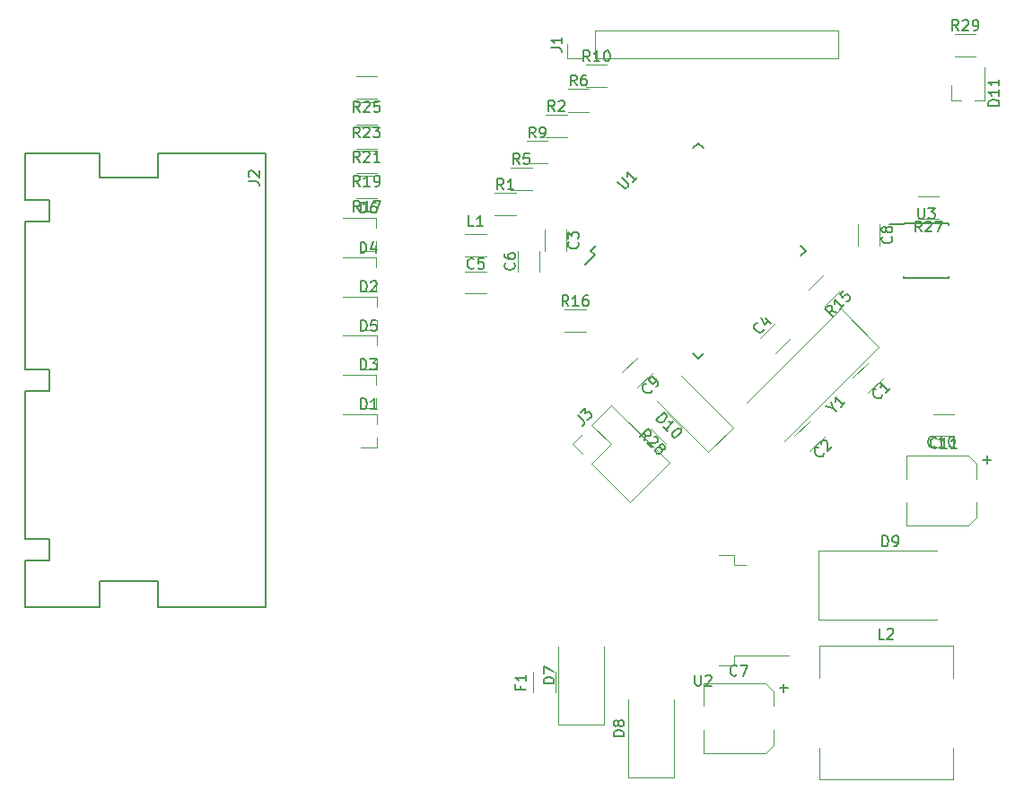
<source format=gbr>
G04 #@! TF.FileFunction,Legend,Top*
%FSLAX46Y46*%
G04 Gerber Fmt 4.6, Leading zero omitted, Abs format (unit mm)*
G04 Created by KiCad (PCBNEW 4.0.7) date 06/18/18 23:10:01*
%MOMM*%
%LPD*%
G01*
G04 APERTURE LIST*
%ADD10C,0.100000*%
%ADD11C,0.120000*%
%ADD12C,0.150000*%
G04 APERTURE END LIST*
D10*
D11*
X70092102Y-65223006D02*
X73769058Y-61546051D01*
X66457574Y-61588478D02*
X70092102Y-65223006D01*
X68296051Y-56073045D02*
X73769058Y-61546051D01*
X66457574Y-61588478D02*
X68296051Y-59750000D01*
X68296051Y-59750000D02*
X66457574Y-57911522D01*
X66457574Y-57911522D02*
X68296051Y-56073045D01*
X65559548Y-60690452D02*
X64619096Y-59750000D01*
X64619096Y-59750000D02*
X65559548Y-58809548D01*
X92514142Y-54928356D02*
X93928356Y-53514142D01*
X92485858Y-52071644D02*
X91071644Y-53485858D01*
X87014142Y-60428356D02*
X88428356Y-59014142D01*
X86985858Y-57571644D02*
X85571644Y-58985858D01*
X64020000Y-41500000D02*
X64020000Y-39500000D01*
X61980000Y-39500000D02*
X61980000Y-41500000D01*
X83735858Y-48321644D02*
X82321644Y-49735858D01*
X83764142Y-51178356D02*
X85178356Y-49764142D01*
X56500000Y-43480000D02*
X54500000Y-43480000D01*
X54500000Y-45520000D02*
X56500000Y-45520000D01*
X59480000Y-41500000D02*
X59480000Y-43500000D01*
X61520000Y-43500000D02*
X61520000Y-41500000D01*
X83600000Y-83060000D02*
X83600000Y-84480000D01*
X77000000Y-82300000D02*
X77000000Y-84480000D01*
X77000000Y-88900000D02*
X77000000Y-86720000D01*
X83600000Y-88140000D02*
X83600000Y-86720000D01*
X77000000Y-82300000D02*
X82840000Y-82300000D01*
X82840000Y-82300000D02*
X83600000Y-83060000D01*
X83600000Y-88140000D02*
X82840000Y-88900000D01*
X82840000Y-88900000D02*
X77000000Y-88900000D01*
X93620000Y-41000000D02*
X93620000Y-39000000D01*
X91580000Y-39000000D02*
X91580000Y-41000000D01*
X70764142Y-54428356D02*
X72178356Y-53014142D01*
X70735858Y-51571644D02*
X69321644Y-52985858D01*
X96150000Y-60850000D02*
X96150000Y-63030000D01*
X96150000Y-67450000D02*
X96150000Y-65270000D01*
X102750000Y-61610000D02*
X102750000Y-63030000D01*
X102750000Y-66690000D02*
X102750000Y-65270000D01*
X96150000Y-60850000D02*
X101990000Y-60850000D01*
X101990000Y-60850000D02*
X102750000Y-61610000D01*
X102750000Y-66690000D02*
X101990000Y-67450000D01*
X101990000Y-67450000D02*
X96150000Y-67450000D01*
X98650000Y-58970000D02*
X100650000Y-58970000D01*
X100650000Y-56930000D02*
X98650000Y-56930000D01*
X46160000Y-60080000D02*
X46160000Y-59150000D01*
X46160000Y-56920000D02*
X46160000Y-57850000D01*
X46160000Y-56920000D02*
X43000000Y-56920000D01*
X46160000Y-60080000D02*
X44700000Y-60080000D01*
X46160000Y-48980000D02*
X46160000Y-48050000D01*
X46160000Y-45820000D02*
X46160000Y-46750000D01*
X46160000Y-45820000D02*
X43000000Y-45820000D01*
X46160000Y-48980000D02*
X44700000Y-48980000D01*
X46135000Y-56355000D02*
X46135000Y-55425000D01*
X46135000Y-53195000D02*
X46135000Y-54125000D01*
X46135000Y-53195000D02*
X42975000Y-53195000D01*
X46135000Y-56355000D02*
X44675000Y-56355000D01*
X46135000Y-45305000D02*
X46135000Y-44375000D01*
X46135000Y-42145000D02*
X46135000Y-43075000D01*
X46135000Y-42145000D02*
X42975000Y-42145000D01*
X46135000Y-45305000D02*
X44675000Y-45305000D01*
X46160000Y-52680000D02*
X46160000Y-51750000D01*
X46160000Y-49520000D02*
X46160000Y-50450000D01*
X46160000Y-49520000D02*
X43000000Y-49520000D01*
X46160000Y-52680000D02*
X44700000Y-52680000D01*
X46135000Y-41555000D02*
X46135000Y-40625000D01*
X46135000Y-38395000D02*
X46135000Y-39325000D01*
X46135000Y-38395000D02*
X42975000Y-38395000D01*
X46135000Y-41555000D02*
X44675000Y-41555000D01*
X63300000Y-86200000D02*
X67600000Y-86200000D01*
X67600000Y-86200000D02*
X67600000Y-78900000D01*
X63300000Y-86200000D02*
X63300000Y-78900000D01*
X69900000Y-91200000D02*
X74200000Y-91200000D01*
X74200000Y-91200000D02*
X74200000Y-83900000D01*
X69900000Y-91200000D02*
X69900000Y-83900000D01*
X87800000Y-76300000D02*
X87800000Y-69800000D01*
X87800000Y-76300000D02*
X99000000Y-76300000D01*
X87800000Y-69800000D02*
X99000000Y-69800000D01*
X77444544Y-60527996D02*
X79777996Y-58194544D01*
X79777996Y-58194544D02*
X74898959Y-53315507D01*
X77444544Y-60527996D02*
X72565507Y-55648959D01*
X100345000Y-27335000D02*
X101275000Y-27335000D01*
X103505000Y-27335000D02*
X102575000Y-27335000D01*
X103505000Y-27335000D02*
X103505000Y-24175000D01*
X100345000Y-27335000D02*
X100345000Y-25875000D01*
X63070000Y-81200000D02*
X63070000Y-83200000D01*
X60930000Y-83200000D02*
X60930000Y-81200000D01*
X89690000Y-23330000D02*
X89690000Y-20670000D01*
X66770000Y-23330000D02*
X89690000Y-23330000D01*
X66770000Y-20670000D02*
X89690000Y-20670000D01*
X66770000Y-23330000D02*
X66770000Y-20670000D01*
X65500000Y-23330000D02*
X64170000Y-23330000D01*
X64170000Y-23330000D02*
X64170000Y-22000000D01*
D12*
X25500000Y-32300000D02*
X35700000Y-32300000D01*
X13000000Y-32300000D02*
X20000000Y-32300000D01*
X25500000Y-75100000D02*
X35700000Y-75100000D01*
X13000000Y-75100000D02*
X20000000Y-75100000D01*
X13000000Y-70700000D02*
X13000000Y-75100000D01*
X13000000Y-54700000D02*
X13000000Y-68700000D01*
X13000000Y-38700000D02*
X13000000Y-52700000D01*
X13000000Y-32300000D02*
X13000000Y-36700000D01*
X25500000Y-34600000D02*
X25500000Y-32300000D01*
X20000000Y-32300000D02*
X20000000Y-34600000D01*
X20000000Y-34600000D02*
X25500000Y-34600000D01*
X25500000Y-72900000D02*
X25500000Y-72700000D01*
X25500000Y-72700000D02*
X20000000Y-72700000D01*
X20000000Y-72700000D02*
X20000000Y-72900000D01*
X15300000Y-36700000D02*
X13000000Y-36700000D01*
X15300000Y-38700000D02*
X15300000Y-36700000D01*
X13000000Y-38700000D02*
X15300000Y-38700000D01*
X15300000Y-38700000D02*
X15300000Y-36700000D01*
X15300000Y-68700000D02*
X13000000Y-68700000D01*
X15300000Y-70700000D02*
X15300000Y-68700000D01*
X13000000Y-70700000D02*
X15300000Y-70700000D01*
X15300000Y-70700000D02*
X15300000Y-68700000D01*
X15300000Y-54700000D02*
X15300000Y-52700000D01*
X13000000Y-54700000D02*
X15300000Y-54700000D01*
X15300000Y-54700000D02*
X15300000Y-52700000D01*
X15300000Y-52700000D02*
X13000000Y-52700000D01*
X20000000Y-72900000D02*
X20000000Y-75100000D01*
X25500000Y-72900000D02*
X25500000Y-75100000D01*
X35700000Y-32300000D02*
X35700000Y-75100000D01*
D11*
X56500000Y-42070000D02*
X54500000Y-42070000D01*
X54500000Y-39930000D02*
X56500000Y-39930000D01*
X100500000Y-88400000D02*
X100500000Y-91400000D01*
X100500000Y-91400000D02*
X87900000Y-91400000D01*
X87900000Y-91400000D02*
X87900000Y-88400000D01*
X87900000Y-81800000D02*
X87900000Y-78800000D01*
X87900000Y-78800000D02*
X100500000Y-78800000D01*
X100500000Y-78800000D02*
X100500000Y-81800000D01*
X59300000Y-38170000D02*
X57300000Y-38170000D01*
X57300000Y-36030000D02*
X59300000Y-36030000D01*
X64100000Y-30770000D02*
X62100000Y-30770000D01*
X62100000Y-28630000D02*
X64100000Y-28630000D01*
X60800000Y-35770000D02*
X58800000Y-35770000D01*
X58800000Y-33630000D02*
X60800000Y-33630000D01*
X66200000Y-28370000D02*
X64200000Y-28370000D01*
X64200000Y-26230000D02*
X66200000Y-26230000D01*
X62300000Y-33270000D02*
X60300000Y-33270000D01*
X60300000Y-31130000D02*
X62300000Y-31130000D01*
X67900000Y-26070000D02*
X65900000Y-26070000D01*
X65900000Y-23930000D02*
X67900000Y-23930000D01*
X86936289Y-45150503D02*
X88350503Y-43736289D01*
X89863711Y-45249497D02*
X88449497Y-46663711D01*
X65900000Y-49170000D02*
X63900000Y-49170000D01*
X63900000Y-47030000D02*
X65900000Y-47030000D01*
X44200000Y-34430000D02*
X46200000Y-34430000D01*
X46200000Y-36570000D02*
X44200000Y-36570000D01*
X44200000Y-32030000D02*
X46200000Y-32030000D01*
X46200000Y-34170000D02*
X44200000Y-34170000D01*
X44200000Y-29730000D02*
X46200000Y-29730000D01*
X46200000Y-31870000D02*
X44200000Y-31870000D01*
X44200000Y-27430000D02*
X46200000Y-27430000D01*
X46200000Y-29570000D02*
X44200000Y-29570000D01*
X44200000Y-25030000D02*
X46200000Y-25030000D01*
X46200000Y-27170000D02*
X44200000Y-27170000D01*
X97200000Y-36330000D02*
X99200000Y-36330000D01*
X99200000Y-38470000D02*
X97200000Y-38470000D01*
X73549497Y-56786289D02*
X74963711Y-58200503D01*
X73450503Y-59713711D02*
X72036289Y-58299497D01*
X102675000Y-23145000D02*
X100675000Y-23145000D01*
X100675000Y-21005000D02*
X102675000Y-21005000D01*
D12*
X66353018Y-41500000D02*
X66759604Y-41906586D01*
X76500000Y-31353018D02*
X76977297Y-31830315D01*
X86646982Y-41500000D02*
X86169685Y-41022703D01*
X76500000Y-51646982D02*
X76022703Y-51169685D01*
X66353018Y-41500000D02*
X66830315Y-41022703D01*
X76500000Y-51646982D02*
X76977297Y-51169685D01*
X86646982Y-41500000D02*
X86169685Y-41977297D01*
X76500000Y-31353018D02*
X76022703Y-31830315D01*
X66759604Y-41906586D02*
X65858043Y-42808148D01*
D11*
X78400000Y-80650000D02*
X79900000Y-80650000D01*
X79900000Y-80650000D02*
X79900000Y-79700000D01*
X79900000Y-79700000D02*
X85025000Y-79700000D01*
X78400000Y-70250000D02*
X79900000Y-70250000D01*
X79900000Y-70250000D02*
X79900000Y-71200000D01*
X79900000Y-71200000D02*
X81000000Y-71200000D01*
D12*
X95925000Y-38925000D02*
X95925000Y-38975000D01*
X100075000Y-38925000D02*
X100075000Y-39070000D01*
X100075000Y-44075000D02*
X100075000Y-43930000D01*
X95925000Y-44075000D02*
X95925000Y-43930000D01*
X95925000Y-38925000D02*
X100075000Y-38925000D01*
X95925000Y-44075000D02*
X100075000Y-44075000D01*
X95925000Y-38975000D02*
X94525000Y-38975000D01*
D11*
X84631192Y-59475052D02*
X93540738Y-50565507D01*
X93540738Y-50565507D02*
X89934493Y-46959262D01*
X89934493Y-46959262D02*
X81024948Y-55868808D01*
D12*
X65127540Y-57052893D02*
X65632616Y-57557969D01*
X65699959Y-57692657D01*
X65699959Y-57827344D01*
X65632616Y-57962031D01*
X65565272Y-58029374D01*
X65396914Y-56783519D02*
X65834647Y-56345786D01*
X65868318Y-56850863D01*
X65969334Y-56749847D01*
X66070349Y-56716175D01*
X66137692Y-56716175D01*
X66238708Y-56749847D01*
X66407067Y-56918206D01*
X66440738Y-57019221D01*
X66440738Y-57086565D01*
X66407067Y-57187580D01*
X66205036Y-57389611D01*
X66104020Y-57423283D01*
X66036677Y-57423283D01*
X93872125Y-55107826D02*
X93872125Y-55175169D01*
X93804781Y-55309856D01*
X93737438Y-55377200D01*
X93602750Y-55444544D01*
X93468063Y-55444544D01*
X93367048Y-55410872D01*
X93198690Y-55309857D01*
X93097674Y-55208841D01*
X92996659Y-55040482D01*
X92962987Y-54939467D01*
X92962987Y-54804780D01*
X93030331Y-54670093D01*
X93097674Y-54602749D01*
X93232361Y-54535406D01*
X93299705Y-54535406D01*
X94612903Y-54501734D02*
X94208842Y-54905796D01*
X94410872Y-54703765D02*
X93703765Y-53996659D01*
X93737437Y-54165017D01*
X93737437Y-54299704D01*
X93703765Y-54400719D01*
X88372125Y-60607826D02*
X88372125Y-60675169D01*
X88304781Y-60809856D01*
X88237438Y-60877200D01*
X88102750Y-60944544D01*
X87968063Y-60944544D01*
X87867048Y-60910872D01*
X87698690Y-60809857D01*
X87597674Y-60708841D01*
X87496659Y-60540482D01*
X87462987Y-60439467D01*
X87462987Y-60304780D01*
X87530331Y-60170093D01*
X87597674Y-60102749D01*
X87732361Y-60035406D01*
X87799705Y-60035406D01*
X88069078Y-59766032D02*
X88069078Y-59698689D01*
X88102750Y-59597674D01*
X88271109Y-59429314D01*
X88372125Y-59395643D01*
X88439468Y-59395643D01*
X88540483Y-59429314D01*
X88607827Y-59496658D01*
X88675170Y-59631345D01*
X88675170Y-60439467D01*
X89112903Y-60001734D01*
X65107143Y-40666666D02*
X65154762Y-40714285D01*
X65202381Y-40857142D01*
X65202381Y-40952380D01*
X65154762Y-41095238D01*
X65059524Y-41190476D01*
X64964286Y-41238095D01*
X64773810Y-41285714D01*
X64630952Y-41285714D01*
X64440476Y-41238095D01*
X64345238Y-41190476D01*
X64250000Y-41095238D01*
X64202381Y-40952380D01*
X64202381Y-40857142D01*
X64250000Y-40714285D01*
X64297619Y-40666666D01*
X64202381Y-40333333D02*
X64202381Y-39714285D01*
X64583333Y-40047619D01*
X64583333Y-39904761D01*
X64630952Y-39809523D01*
X64678571Y-39761904D01*
X64773810Y-39714285D01*
X65011905Y-39714285D01*
X65107143Y-39761904D01*
X65154762Y-39809523D01*
X65202381Y-39904761D01*
X65202381Y-40190476D01*
X65154762Y-40285714D01*
X65107143Y-40333333D01*
X82647251Y-48882952D02*
X82647251Y-48950295D01*
X82579907Y-49084982D01*
X82512564Y-49152326D01*
X82377876Y-49219670D01*
X82243189Y-49219670D01*
X82142174Y-49185998D01*
X81973816Y-49084983D01*
X81872800Y-48983967D01*
X81771785Y-48815608D01*
X81738113Y-48714593D01*
X81738113Y-48579906D01*
X81805457Y-48445219D01*
X81872800Y-48377875D01*
X82007487Y-48310532D01*
X82074831Y-48310532D01*
X82849281Y-47872799D02*
X83320686Y-48344204D01*
X82411548Y-47771785D02*
X82748266Y-48445220D01*
X83185999Y-48007487D01*
X55333334Y-43107143D02*
X55285715Y-43154762D01*
X55142858Y-43202381D01*
X55047620Y-43202381D01*
X54904762Y-43154762D01*
X54809524Y-43059524D01*
X54761905Y-42964286D01*
X54714286Y-42773810D01*
X54714286Y-42630952D01*
X54761905Y-42440476D01*
X54809524Y-42345238D01*
X54904762Y-42250000D01*
X55047620Y-42202381D01*
X55142858Y-42202381D01*
X55285715Y-42250000D01*
X55333334Y-42297619D01*
X56238096Y-42202381D02*
X55761905Y-42202381D01*
X55714286Y-42678571D01*
X55761905Y-42630952D01*
X55857143Y-42583333D01*
X56095239Y-42583333D01*
X56190477Y-42630952D01*
X56238096Y-42678571D01*
X56285715Y-42773810D01*
X56285715Y-43011905D01*
X56238096Y-43107143D01*
X56190477Y-43154762D01*
X56095239Y-43202381D01*
X55857143Y-43202381D01*
X55761905Y-43154762D01*
X55714286Y-43107143D01*
X59107143Y-42666666D02*
X59154762Y-42714285D01*
X59202381Y-42857142D01*
X59202381Y-42952380D01*
X59154762Y-43095238D01*
X59059524Y-43190476D01*
X58964286Y-43238095D01*
X58773810Y-43285714D01*
X58630952Y-43285714D01*
X58440476Y-43238095D01*
X58345238Y-43190476D01*
X58250000Y-43095238D01*
X58202381Y-42952380D01*
X58202381Y-42857142D01*
X58250000Y-42714285D01*
X58297619Y-42666666D01*
X58202381Y-41809523D02*
X58202381Y-42000000D01*
X58250000Y-42095238D01*
X58297619Y-42142857D01*
X58440476Y-42238095D01*
X58630952Y-42285714D01*
X59011905Y-42285714D01*
X59107143Y-42238095D01*
X59154762Y-42190476D01*
X59202381Y-42095238D01*
X59202381Y-41904761D01*
X59154762Y-41809523D01*
X59107143Y-41761904D01*
X59011905Y-41714285D01*
X58773810Y-41714285D01*
X58678571Y-41761904D01*
X58630952Y-41809523D01*
X58583333Y-41904761D01*
X58583333Y-42095238D01*
X58630952Y-42190476D01*
X58678571Y-42238095D01*
X58773810Y-42285714D01*
X80133334Y-81527143D02*
X80085715Y-81574762D01*
X79942858Y-81622381D01*
X79847620Y-81622381D01*
X79704762Y-81574762D01*
X79609524Y-81479524D01*
X79561905Y-81384286D01*
X79514286Y-81193810D01*
X79514286Y-81050952D01*
X79561905Y-80860476D01*
X79609524Y-80765238D01*
X79704762Y-80670000D01*
X79847620Y-80622381D01*
X79942858Y-80622381D01*
X80085715Y-80670000D01*
X80133334Y-80717619D01*
X80466667Y-80622381D02*
X81133334Y-80622381D01*
X80704762Y-81622381D01*
X84199048Y-82761429D02*
X84960953Y-82761429D01*
X84580001Y-83142381D02*
X84580001Y-82380476D01*
X94707143Y-40166666D02*
X94754762Y-40214285D01*
X94802381Y-40357142D01*
X94802381Y-40452380D01*
X94754762Y-40595238D01*
X94659524Y-40690476D01*
X94564286Y-40738095D01*
X94373810Y-40785714D01*
X94230952Y-40785714D01*
X94040476Y-40738095D01*
X93945238Y-40690476D01*
X93850000Y-40595238D01*
X93802381Y-40452380D01*
X93802381Y-40357142D01*
X93850000Y-40214285D01*
X93897619Y-40166666D01*
X94230952Y-39595238D02*
X94183333Y-39690476D01*
X94135714Y-39738095D01*
X94040476Y-39785714D01*
X93992857Y-39785714D01*
X93897619Y-39738095D01*
X93850000Y-39690476D01*
X93802381Y-39595238D01*
X93802381Y-39404761D01*
X93850000Y-39309523D01*
X93897619Y-39261904D01*
X93992857Y-39214285D01*
X94040476Y-39214285D01*
X94135714Y-39261904D01*
X94183333Y-39309523D01*
X94230952Y-39404761D01*
X94230952Y-39595238D01*
X94278571Y-39690476D01*
X94326190Y-39738095D01*
X94421429Y-39785714D01*
X94611905Y-39785714D01*
X94707143Y-39738095D01*
X94754762Y-39690476D01*
X94802381Y-39595238D01*
X94802381Y-39404761D01*
X94754762Y-39309523D01*
X94707143Y-39261904D01*
X94611905Y-39214285D01*
X94421429Y-39214285D01*
X94326190Y-39261904D01*
X94278571Y-39309523D01*
X94230952Y-39404761D01*
X72122125Y-54607826D02*
X72122125Y-54675169D01*
X72054781Y-54809856D01*
X71987438Y-54877200D01*
X71852750Y-54944544D01*
X71718063Y-54944544D01*
X71617048Y-54910872D01*
X71448690Y-54809857D01*
X71347674Y-54708841D01*
X71246659Y-54540482D01*
X71212987Y-54439467D01*
X71212987Y-54304780D01*
X71280331Y-54170093D01*
X71347674Y-54102749D01*
X71482361Y-54035406D01*
X71549705Y-54035406D01*
X72526185Y-54338452D02*
X72660872Y-54203765D01*
X72694544Y-54102749D01*
X72694544Y-54035406D01*
X72660873Y-53867047D01*
X72559858Y-53698689D01*
X72290483Y-53429314D01*
X72189468Y-53395643D01*
X72122125Y-53395643D01*
X72021109Y-53429314D01*
X71886422Y-53564002D01*
X71852750Y-53665017D01*
X71852750Y-53732361D01*
X71886422Y-53833376D01*
X72054780Y-54001734D01*
X72155796Y-54035406D01*
X72223140Y-54035407D01*
X72324155Y-54001735D01*
X72458842Y-53867047D01*
X72492514Y-53766032D01*
X72492513Y-53698688D01*
X72458842Y-53597673D01*
X98807143Y-59947143D02*
X98759524Y-59994762D01*
X98616667Y-60042381D01*
X98521429Y-60042381D01*
X98378571Y-59994762D01*
X98283333Y-59899524D01*
X98235714Y-59804286D01*
X98188095Y-59613810D01*
X98188095Y-59470952D01*
X98235714Y-59280476D01*
X98283333Y-59185238D01*
X98378571Y-59090000D01*
X98521429Y-59042381D01*
X98616667Y-59042381D01*
X98759524Y-59090000D01*
X98807143Y-59137619D01*
X99759524Y-60042381D02*
X99188095Y-60042381D01*
X99473809Y-60042381D02*
X99473809Y-59042381D01*
X99378571Y-59185238D01*
X99283333Y-59280476D01*
X99188095Y-59328095D01*
X100378571Y-59042381D02*
X100473810Y-59042381D01*
X100569048Y-59090000D01*
X100616667Y-59137619D01*
X100664286Y-59232857D01*
X100711905Y-59423333D01*
X100711905Y-59661429D01*
X100664286Y-59851905D01*
X100616667Y-59947143D01*
X100569048Y-59994762D01*
X100473810Y-60042381D01*
X100378571Y-60042381D01*
X100283333Y-59994762D01*
X100235714Y-59947143D01*
X100188095Y-59851905D01*
X100140476Y-59661429D01*
X100140476Y-59423333D01*
X100188095Y-59232857D01*
X100235714Y-59137619D01*
X100283333Y-59090000D01*
X100378571Y-59042381D01*
X103349048Y-61211429D02*
X104110953Y-61211429D01*
X103730001Y-61592381D02*
X103730001Y-60830476D01*
X99007143Y-60057143D02*
X98959524Y-60104762D01*
X98816667Y-60152381D01*
X98721429Y-60152381D01*
X98578571Y-60104762D01*
X98483333Y-60009524D01*
X98435714Y-59914286D01*
X98388095Y-59723810D01*
X98388095Y-59580952D01*
X98435714Y-59390476D01*
X98483333Y-59295238D01*
X98578571Y-59200000D01*
X98721429Y-59152381D01*
X98816667Y-59152381D01*
X98959524Y-59200000D01*
X99007143Y-59247619D01*
X99959524Y-60152381D02*
X99388095Y-60152381D01*
X99673809Y-60152381D02*
X99673809Y-59152381D01*
X99578571Y-59295238D01*
X99483333Y-59390476D01*
X99388095Y-59438095D01*
X100911905Y-60152381D02*
X100340476Y-60152381D01*
X100626190Y-60152381D02*
X100626190Y-59152381D01*
X100530952Y-59295238D01*
X100435714Y-59390476D01*
X100340476Y-59438095D01*
X44661905Y-56452381D02*
X44661905Y-55452381D01*
X44900000Y-55452381D01*
X45042858Y-55500000D01*
X45138096Y-55595238D01*
X45185715Y-55690476D01*
X45233334Y-55880952D01*
X45233334Y-56023810D01*
X45185715Y-56214286D01*
X45138096Y-56309524D01*
X45042858Y-56404762D01*
X44900000Y-56452381D01*
X44661905Y-56452381D01*
X46185715Y-56452381D02*
X45614286Y-56452381D01*
X45900000Y-56452381D02*
X45900000Y-55452381D01*
X45804762Y-55595238D01*
X45709524Y-55690476D01*
X45614286Y-55738095D01*
X44661905Y-45352381D02*
X44661905Y-44352381D01*
X44900000Y-44352381D01*
X45042858Y-44400000D01*
X45138096Y-44495238D01*
X45185715Y-44590476D01*
X45233334Y-44780952D01*
X45233334Y-44923810D01*
X45185715Y-45114286D01*
X45138096Y-45209524D01*
X45042858Y-45304762D01*
X44900000Y-45352381D01*
X44661905Y-45352381D01*
X45614286Y-44447619D02*
X45661905Y-44400000D01*
X45757143Y-44352381D01*
X45995239Y-44352381D01*
X46090477Y-44400000D01*
X46138096Y-44447619D01*
X46185715Y-44542857D01*
X46185715Y-44638095D01*
X46138096Y-44780952D01*
X45566667Y-45352381D01*
X46185715Y-45352381D01*
X44636905Y-52727381D02*
X44636905Y-51727381D01*
X44875000Y-51727381D01*
X45017858Y-51775000D01*
X45113096Y-51870238D01*
X45160715Y-51965476D01*
X45208334Y-52155952D01*
X45208334Y-52298810D01*
X45160715Y-52489286D01*
X45113096Y-52584524D01*
X45017858Y-52679762D01*
X44875000Y-52727381D01*
X44636905Y-52727381D01*
X45541667Y-51727381D02*
X46160715Y-51727381D01*
X45827381Y-52108333D01*
X45970239Y-52108333D01*
X46065477Y-52155952D01*
X46113096Y-52203571D01*
X46160715Y-52298810D01*
X46160715Y-52536905D01*
X46113096Y-52632143D01*
X46065477Y-52679762D01*
X45970239Y-52727381D01*
X45684524Y-52727381D01*
X45589286Y-52679762D01*
X45541667Y-52632143D01*
X44636905Y-41677381D02*
X44636905Y-40677381D01*
X44875000Y-40677381D01*
X45017858Y-40725000D01*
X45113096Y-40820238D01*
X45160715Y-40915476D01*
X45208334Y-41105952D01*
X45208334Y-41248810D01*
X45160715Y-41439286D01*
X45113096Y-41534524D01*
X45017858Y-41629762D01*
X44875000Y-41677381D01*
X44636905Y-41677381D01*
X46065477Y-41010714D02*
X46065477Y-41677381D01*
X45827381Y-40629762D02*
X45589286Y-41344048D01*
X46208334Y-41344048D01*
X44661905Y-49052381D02*
X44661905Y-48052381D01*
X44900000Y-48052381D01*
X45042858Y-48100000D01*
X45138096Y-48195238D01*
X45185715Y-48290476D01*
X45233334Y-48480952D01*
X45233334Y-48623810D01*
X45185715Y-48814286D01*
X45138096Y-48909524D01*
X45042858Y-49004762D01*
X44900000Y-49052381D01*
X44661905Y-49052381D01*
X46138096Y-48052381D02*
X45661905Y-48052381D01*
X45614286Y-48528571D01*
X45661905Y-48480952D01*
X45757143Y-48433333D01*
X45995239Y-48433333D01*
X46090477Y-48480952D01*
X46138096Y-48528571D01*
X46185715Y-48623810D01*
X46185715Y-48861905D01*
X46138096Y-48957143D01*
X46090477Y-49004762D01*
X45995239Y-49052381D01*
X45757143Y-49052381D01*
X45661905Y-49004762D01*
X45614286Y-48957143D01*
X44636905Y-37927381D02*
X44636905Y-36927381D01*
X44875000Y-36927381D01*
X45017858Y-36975000D01*
X45113096Y-37070238D01*
X45160715Y-37165476D01*
X45208334Y-37355952D01*
X45208334Y-37498810D01*
X45160715Y-37689286D01*
X45113096Y-37784524D01*
X45017858Y-37879762D01*
X44875000Y-37927381D01*
X44636905Y-37927381D01*
X46065477Y-36927381D02*
X45875000Y-36927381D01*
X45779762Y-36975000D01*
X45732143Y-37022619D01*
X45636905Y-37165476D01*
X45589286Y-37355952D01*
X45589286Y-37736905D01*
X45636905Y-37832143D01*
X45684524Y-37879762D01*
X45779762Y-37927381D01*
X45970239Y-37927381D01*
X46065477Y-37879762D01*
X46113096Y-37832143D01*
X46160715Y-37736905D01*
X46160715Y-37498810D01*
X46113096Y-37403571D01*
X46065477Y-37355952D01*
X45970239Y-37308333D01*
X45779762Y-37308333D01*
X45684524Y-37355952D01*
X45636905Y-37403571D01*
X45589286Y-37498810D01*
X62902381Y-82338095D02*
X61902381Y-82338095D01*
X61902381Y-82100000D01*
X61950000Y-81957142D01*
X62045238Y-81861904D01*
X62140476Y-81814285D01*
X62330952Y-81766666D01*
X62473810Y-81766666D01*
X62664286Y-81814285D01*
X62759524Y-81861904D01*
X62854762Y-81957142D01*
X62902381Y-82100000D01*
X62902381Y-82338095D01*
X61902381Y-81433333D02*
X61902381Y-80766666D01*
X62902381Y-81195238D01*
X69502381Y-87338095D02*
X68502381Y-87338095D01*
X68502381Y-87100000D01*
X68550000Y-86957142D01*
X68645238Y-86861904D01*
X68740476Y-86814285D01*
X68930952Y-86766666D01*
X69073810Y-86766666D01*
X69264286Y-86814285D01*
X69359524Y-86861904D01*
X69454762Y-86957142D01*
X69502381Y-87100000D01*
X69502381Y-87338095D01*
X68930952Y-86195238D02*
X68883333Y-86290476D01*
X68835714Y-86338095D01*
X68740476Y-86385714D01*
X68692857Y-86385714D01*
X68597619Y-86338095D01*
X68550000Y-86290476D01*
X68502381Y-86195238D01*
X68502381Y-86004761D01*
X68550000Y-85909523D01*
X68597619Y-85861904D01*
X68692857Y-85814285D01*
X68740476Y-85814285D01*
X68835714Y-85861904D01*
X68883333Y-85909523D01*
X68930952Y-86004761D01*
X68930952Y-86195238D01*
X68978571Y-86290476D01*
X69026190Y-86338095D01*
X69121429Y-86385714D01*
X69311905Y-86385714D01*
X69407143Y-86338095D01*
X69454762Y-86290476D01*
X69502381Y-86195238D01*
X69502381Y-86004761D01*
X69454762Y-85909523D01*
X69407143Y-85861904D01*
X69311905Y-85814285D01*
X69121429Y-85814285D01*
X69026190Y-85861904D01*
X68978571Y-85909523D01*
X68930952Y-86004761D01*
X93861905Y-69402381D02*
X93861905Y-68402381D01*
X94100000Y-68402381D01*
X94242858Y-68450000D01*
X94338096Y-68545238D01*
X94385715Y-68640476D01*
X94433334Y-68830952D01*
X94433334Y-68973810D01*
X94385715Y-69164286D01*
X94338096Y-69259524D01*
X94242858Y-69354762D01*
X94100000Y-69402381D01*
X93861905Y-69402381D01*
X94909524Y-69402381D02*
X95100000Y-69402381D01*
X95195239Y-69354762D01*
X95242858Y-69307143D01*
X95338096Y-69164286D01*
X95385715Y-68973810D01*
X95385715Y-68592857D01*
X95338096Y-68497619D01*
X95290477Y-68450000D01*
X95195239Y-68402381D01*
X95004762Y-68402381D01*
X94909524Y-68450000D01*
X94861905Y-68497619D01*
X94814286Y-68592857D01*
X94814286Y-68830952D01*
X94861905Y-68926190D01*
X94909524Y-68973810D01*
X95004762Y-69021429D01*
X95195239Y-69021429D01*
X95290477Y-68973810D01*
X95338096Y-68926190D01*
X95385715Y-68830952D01*
X72553721Y-57479019D02*
X73260828Y-56771912D01*
X73429187Y-56940271D01*
X73496531Y-57074958D01*
X73496531Y-57209645D01*
X73462859Y-57310660D01*
X73361844Y-57479019D01*
X73260828Y-57580035D01*
X73092470Y-57681050D01*
X72991455Y-57714722D01*
X72856768Y-57714722D01*
X72722080Y-57647377D01*
X72553721Y-57479019D01*
X73631218Y-58556515D02*
X73227157Y-58152454D01*
X73429187Y-58354484D02*
X74136294Y-57647377D01*
X73967935Y-57681049D01*
X73833248Y-57681049D01*
X73732233Y-57647377D01*
X74776057Y-58287141D02*
X74843401Y-58354485D01*
X74877073Y-58455500D01*
X74877073Y-58522843D01*
X74843401Y-58623859D01*
X74742386Y-58792217D01*
X74574027Y-58960577D01*
X74405668Y-59061592D01*
X74304653Y-59095263D01*
X74237309Y-59095263D01*
X74136294Y-59061592D01*
X74068950Y-58994248D01*
X74035278Y-58893232D01*
X74035278Y-58825889D01*
X74068950Y-58724874D01*
X74169965Y-58556515D01*
X74338325Y-58388156D01*
X74506683Y-58287141D01*
X74607698Y-58253469D01*
X74675042Y-58253469D01*
X74776057Y-58287141D01*
X104877381Y-27789286D02*
X103877381Y-27789286D01*
X103877381Y-27551191D01*
X103925000Y-27408333D01*
X104020238Y-27313095D01*
X104115476Y-27265476D01*
X104305952Y-27217857D01*
X104448810Y-27217857D01*
X104639286Y-27265476D01*
X104734524Y-27313095D01*
X104829762Y-27408333D01*
X104877381Y-27551191D01*
X104877381Y-27789286D01*
X104877381Y-26265476D02*
X104877381Y-26836905D01*
X104877381Y-26551191D02*
X103877381Y-26551191D01*
X104020238Y-26646429D01*
X104115476Y-26741667D01*
X104163095Y-26836905D01*
X104877381Y-25313095D02*
X104877381Y-25884524D01*
X104877381Y-25598810D02*
X103877381Y-25598810D01*
X104020238Y-25694048D01*
X104115476Y-25789286D01*
X104163095Y-25884524D01*
X59728571Y-82583333D02*
X59728571Y-82916667D01*
X60252381Y-82916667D02*
X59252381Y-82916667D01*
X59252381Y-82440476D01*
X60252381Y-81535714D02*
X60252381Y-82107143D01*
X60252381Y-81821429D02*
X59252381Y-81821429D01*
X59395238Y-81916667D01*
X59490476Y-82011905D01*
X59538095Y-82107143D01*
X62622381Y-22333333D02*
X63336667Y-22333333D01*
X63479524Y-22380953D01*
X63574762Y-22476191D01*
X63622381Y-22619048D01*
X63622381Y-22714286D01*
X63622381Y-21333333D02*
X63622381Y-21904762D01*
X63622381Y-21619048D02*
X62622381Y-21619048D01*
X62765238Y-21714286D01*
X62860476Y-21809524D01*
X62908095Y-21904762D01*
X34052381Y-34933333D02*
X34766667Y-34933333D01*
X34909524Y-34980953D01*
X35004762Y-35076191D01*
X35052381Y-35219048D01*
X35052381Y-35314286D01*
X34147619Y-34504762D02*
X34100000Y-34457143D01*
X34052381Y-34361905D01*
X34052381Y-34123809D01*
X34100000Y-34028571D01*
X34147619Y-33980952D01*
X34242857Y-33933333D01*
X34338095Y-33933333D01*
X34480952Y-33980952D01*
X35052381Y-34552381D01*
X35052381Y-33933333D01*
X55333334Y-39152381D02*
X54857143Y-39152381D01*
X54857143Y-38152381D01*
X56190477Y-39152381D02*
X55619048Y-39152381D01*
X55904762Y-39152381D02*
X55904762Y-38152381D01*
X55809524Y-38295238D01*
X55714286Y-38390476D01*
X55619048Y-38438095D01*
X94033334Y-78152381D02*
X93557143Y-78152381D01*
X93557143Y-77152381D01*
X94319048Y-77247619D02*
X94366667Y-77200000D01*
X94461905Y-77152381D01*
X94700001Y-77152381D01*
X94795239Y-77200000D01*
X94842858Y-77247619D01*
X94890477Y-77342857D01*
X94890477Y-77438095D01*
X94842858Y-77580952D01*
X94271429Y-78152381D01*
X94890477Y-78152381D01*
X58133334Y-35702381D02*
X57800000Y-35226190D01*
X57561905Y-35702381D02*
X57561905Y-34702381D01*
X57942858Y-34702381D01*
X58038096Y-34750000D01*
X58085715Y-34797619D01*
X58133334Y-34892857D01*
X58133334Y-35035714D01*
X58085715Y-35130952D01*
X58038096Y-35178571D01*
X57942858Y-35226190D01*
X57561905Y-35226190D01*
X59085715Y-35702381D02*
X58514286Y-35702381D01*
X58800000Y-35702381D02*
X58800000Y-34702381D01*
X58704762Y-34845238D01*
X58609524Y-34940476D01*
X58514286Y-34988095D01*
X62933334Y-28302381D02*
X62600000Y-27826190D01*
X62361905Y-28302381D02*
X62361905Y-27302381D01*
X62742858Y-27302381D01*
X62838096Y-27350000D01*
X62885715Y-27397619D01*
X62933334Y-27492857D01*
X62933334Y-27635714D01*
X62885715Y-27730952D01*
X62838096Y-27778571D01*
X62742858Y-27826190D01*
X62361905Y-27826190D01*
X63314286Y-27397619D02*
X63361905Y-27350000D01*
X63457143Y-27302381D01*
X63695239Y-27302381D01*
X63790477Y-27350000D01*
X63838096Y-27397619D01*
X63885715Y-27492857D01*
X63885715Y-27588095D01*
X63838096Y-27730952D01*
X63266667Y-28302381D01*
X63885715Y-28302381D01*
X59633334Y-33302381D02*
X59300000Y-32826190D01*
X59061905Y-33302381D02*
X59061905Y-32302381D01*
X59442858Y-32302381D01*
X59538096Y-32350000D01*
X59585715Y-32397619D01*
X59633334Y-32492857D01*
X59633334Y-32635714D01*
X59585715Y-32730952D01*
X59538096Y-32778571D01*
X59442858Y-32826190D01*
X59061905Y-32826190D01*
X60538096Y-32302381D02*
X60061905Y-32302381D01*
X60014286Y-32778571D01*
X60061905Y-32730952D01*
X60157143Y-32683333D01*
X60395239Y-32683333D01*
X60490477Y-32730952D01*
X60538096Y-32778571D01*
X60585715Y-32873810D01*
X60585715Y-33111905D01*
X60538096Y-33207143D01*
X60490477Y-33254762D01*
X60395239Y-33302381D01*
X60157143Y-33302381D01*
X60061905Y-33254762D01*
X60014286Y-33207143D01*
X65033334Y-25902381D02*
X64700000Y-25426190D01*
X64461905Y-25902381D02*
X64461905Y-24902381D01*
X64842858Y-24902381D01*
X64938096Y-24950000D01*
X64985715Y-24997619D01*
X65033334Y-25092857D01*
X65033334Y-25235714D01*
X64985715Y-25330952D01*
X64938096Y-25378571D01*
X64842858Y-25426190D01*
X64461905Y-25426190D01*
X65890477Y-24902381D02*
X65700000Y-24902381D01*
X65604762Y-24950000D01*
X65557143Y-24997619D01*
X65461905Y-25140476D01*
X65414286Y-25330952D01*
X65414286Y-25711905D01*
X65461905Y-25807143D01*
X65509524Y-25854762D01*
X65604762Y-25902381D01*
X65795239Y-25902381D01*
X65890477Y-25854762D01*
X65938096Y-25807143D01*
X65985715Y-25711905D01*
X65985715Y-25473810D01*
X65938096Y-25378571D01*
X65890477Y-25330952D01*
X65795239Y-25283333D01*
X65604762Y-25283333D01*
X65509524Y-25330952D01*
X65461905Y-25378571D01*
X65414286Y-25473810D01*
X61133334Y-30802381D02*
X60800000Y-30326190D01*
X60561905Y-30802381D02*
X60561905Y-29802381D01*
X60942858Y-29802381D01*
X61038096Y-29850000D01*
X61085715Y-29897619D01*
X61133334Y-29992857D01*
X61133334Y-30135714D01*
X61085715Y-30230952D01*
X61038096Y-30278571D01*
X60942858Y-30326190D01*
X60561905Y-30326190D01*
X61609524Y-30802381D02*
X61800000Y-30802381D01*
X61895239Y-30754762D01*
X61942858Y-30707143D01*
X62038096Y-30564286D01*
X62085715Y-30373810D01*
X62085715Y-29992857D01*
X62038096Y-29897619D01*
X61990477Y-29850000D01*
X61895239Y-29802381D01*
X61704762Y-29802381D01*
X61609524Y-29850000D01*
X61561905Y-29897619D01*
X61514286Y-29992857D01*
X61514286Y-30230952D01*
X61561905Y-30326190D01*
X61609524Y-30373810D01*
X61704762Y-30421429D01*
X61895239Y-30421429D01*
X61990477Y-30373810D01*
X62038096Y-30326190D01*
X62085715Y-30230952D01*
X66257143Y-23602381D02*
X65923809Y-23126190D01*
X65685714Y-23602381D02*
X65685714Y-22602381D01*
X66066667Y-22602381D01*
X66161905Y-22650000D01*
X66209524Y-22697619D01*
X66257143Y-22792857D01*
X66257143Y-22935714D01*
X66209524Y-23030952D01*
X66161905Y-23078571D01*
X66066667Y-23126190D01*
X65685714Y-23126190D01*
X67209524Y-23602381D02*
X66638095Y-23602381D01*
X66923809Y-23602381D02*
X66923809Y-22602381D01*
X66828571Y-22745238D01*
X66733333Y-22840476D01*
X66638095Y-22888095D01*
X67828571Y-22602381D02*
X67923810Y-22602381D01*
X68019048Y-22650000D01*
X68066667Y-22697619D01*
X68114286Y-22792857D01*
X68161905Y-22983333D01*
X68161905Y-23221429D01*
X68114286Y-23411905D01*
X68066667Y-23507143D01*
X68019048Y-23554762D01*
X67923810Y-23602381D01*
X67828571Y-23602381D01*
X67733333Y-23554762D01*
X67685714Y-23507143D01*
X67638095Y-23411905D01*
X67590476Y-23221429D01*
X67590476Y-22983333D01*
X67638095Y-22792857D01*
X67685714Y-22697619D01*
X67733333Y-22650000D01*
X67828571Y-22602381D01*
X89573461Y-47282598D02*
X89001041Y-47181583D01*
X89169400Y-47686660D02*
X88462293Y-46979553D01*
X88731667Y-46710178D01*
X88832683Y-46676507D01*
X88900026Y-46676507D01*
X89001041Y-46710178D01*
X89102056Y-46811193D01*
X89135728Y-46912209D01*
X89135728Y-46979552D01*
X89102056Y-47080567D01*
X88832682Y-47349942D01*
X90246896Y-46609163D02*
X89842835Y-47013224D01*
X90044865Y-46811194D02*
X89337758Y-46104087D01*
X89371430Y-46272446D01*
X89371430Y-46407133D01*
X89337758Y-46508148D01*
X90179553Y-45262293D02*
X89842835Y-45599011D01*
X90145880Y-45969400D01*
X90145880Y-45902056D01*
X90179552Y-45801041D01*
X90347911Y-45632682D01*
X90448926Y-45599010D01*
X90516270Y-45599010D01*
X90617286Y-45632683D01*
X90785644Y-45801041D01*
X90819316Y-45902056D01*
X90819316Y-45969400D01*
X90785644Y-46070415D01*
X90617285Y-46238774D01*
X90516270Y-46272446D01*
X90448926Y-46272446D01*
X64257143Y-46702381D02*
X63923809Y-46226190D01*
X63685714Y-46702381D02*
X63685714Y-45702381D01*
X64066667Y-45702381D01*
X64161905Y-45750000D01*
X64209524Y-45797619D01*
X64257143Y-45892857D01*
X64257143Y-46035714D01*
X64209524Y-46130952D01*
X64161905Y-46178571D01*
X64066667Y-46226190D01*
X63685714Y-46226190D01*
X65209524Y-46702381D02*
X64638095Y-46702381D01*
X64923809Y-46702381D02*
X64923809Y-45702381D01*
X64828571Y-45845238D01*
X64733333Y-45940476D01*
X64638095Y-45988095D01*
X66066667Y-45702381D02*
X65876190Y-45702381D01*
X65780952Y-45750000D01*
X65733333Y-45797619D01*
X65638095Y-45940476D01*
X65590476Y-46130952D01*
X65590476Y-46511905D01*
X65638095Y-46607143D01*
X65685714Y-46654762D01*
X65780952Y-46702381D01*
X65971429Y-46702381D01*
X66066667Y-46654762D01*
X66114286Y-46607143D01*
X66161905Y-46511905D01*
X66161905Y-46273810D01*
X66114286Y-46178571D01*
X66066667Y-46130952D01*
X65971429Y-46083333D01*
X65780952Y-46083333D01*
X65685714Y-46130952D01*
X65638095Y-46178571D01*
X65590476Y-46273810D01*
X44557143Y-37802381D02*
X44223809Y-37326190D01*
X43985714Y-37802381D02*
X43985714Y-36802381D01*
X44366667Y-36802381D01*
X44461905Y-36850000D01*
X44509524Y-36897619D01*
X44557143Y-36992857D01*
X44557143Y-37135714D01*
X44509524Y-37230952D01*
X44461905Y-37278571D01*
X44366667Y-37326190D01*
X43985714Y-37326190D01*
X45509524Y-37802381D02*
X44938095Y-37802381D01*
X45223809Y-37802381D02*
X45223809Y-36802381D01*
X45128571Y-36945238D01*
X45033333Y-37040476D01*
X44938095Y-37088095D01*
X45842857Y-36802381D02*
X46509524Y-36802381D01*
X46080952Y-37802381D01*
X44557143Y-35402381D02*
X44223809Y-34926190D01*
X43985714Y-35402381D02*
X43985714Y-34402381D01*
X44366667Y-34402381D01*
X44461905Y-34450000D01*
X44509524Y-34497619D01*
X44557143Y-34592857D01*
X44557143Y-34735714D01*
X44509524Y-34830952D01*
X44461905Y-34878571D01*
X44366667Y-34926190D01*
X43985714Y-34926190D01*
X45509524Y-35402381D02*
X44938095Y-35402381D01*
X45223809Y-35402381D02*
X45223809Y-34402381D01*
X45128571Y-34545238D01*
X45033333Y-34640476D01*
X44938095Y-34688095D01*
X45985714Y-35402381D02*
X46176190Y-35402381D01*
X46271429Y-35354762D01*
X46319048Y-35307143D01*
X46414286Y-35164286D01*
X46461905Y-34973810D01*
X46461905Y-34592857D01*
X46414286Y-34497619D01*
X46366667Y-34450000D01*
X46271429Y-34402381D01*
X46080952Y-34402381D01*
X45985714Y-34450000D01*
X45938095Y-34497619D01*
X45890476Y-34592857D01*
X45890476Y-34830952D01*
X45938095Y-34926190D01*
X45985714Y-34973810D01*
X46080952Y-35021429D01*
X46271429Y-35021429D01*
X46366667Y-34973810D01*
X46414286Y-34926190D01*
X46461905Y-34830952D01*
X44557143Y-33102381D02*
X44223809Y-32626190D01*
X43985714Y-33102381D02*
X43985714Y-32102381D01*
X44366667Y-32102381D01*
X44461905Y-32150000D01*
X44509524Y-32197619D01*
X44557143Y-32292857D01*
X44557143Y-32435714D01*
X44509524Y-32530952D01*
X44461905Y-32578571D01*
X44366667Y-32626190D01*
X43985714Y-32626190D01*
X44938095Y-32197619D02*
X44985714Y-32150000D01*
X45080952Y-32102381D01*
X45319048Y-32102381D01*
X45414286Y-32150000D01*
X45461905Y-32197619D01*
X45509524Y-32292857D01*
X45509524Y-32388095D01*
X45461905Y-32530952D01*
X44890476Y-33102381D01*
X45509524Y-33102381D01*
X46461905Y-33102381D02*
X45890476Y-33102381D01*
X46176190Y-33102381D02*
X46176190Y-32102381D01*
X46080952Y-32245238D01*
X45985714Y-32340476D01*
X45890476Y-32388095D01*
X44557143Y-30802381D02*
X44223809Y-30326190D01*
X43985714Y-30802381D02*
X43985714Y-29802381D01*
X44366667Y-29802381D01*
X44461905Y-29850000D01*
X44509524Y-29897619D01*
X44557143Y-29992857D01*
X44557143Y-30135714D01*
X44509524Y-30230952D01*
X44461905Y-30278571D01*
X44366667Y-30326190D01*
X43985714Y-30326190D01*
X44938095Y-29897619D02*
X44985714Y-29850000D01*
X45080952Y-29802381D01*
X45319048Y-29802381D01*
X45414286Y-29850000D01*
X45461905Y-29897619D01*
X45509524Y-29992857D01*
X45509524Y-30088095D01*
X45461905Y-30230952D01*
X44890476Y-30802381D01*
X45509524Y-30802381D01*
X45842857Y-29802381D02*
X46461905Y-29802381D01*
X46128571Y-30183333D01*
X46271429Y-30183333D01*
X46366667Y-30230952D01*
X46414286Y-30278571D01*
X46461905Y-30373810D01*
X46461905Y-30611905D01*
X46414286Y-30707143D01*
X46366667Y-30754762D01*
X46271429Y-30802381D01*
X45985714Y-30802381D01*
X45890476Y-30754762D01*
X45842857Y-30707143D01*
X44557143Y-28402381D02*
X44223809Y-27926190D01*
X43985714Y-28402381D02*
X43985714Y-27402381D01*
X44366667Y-27402381D01*
X44461905Y-27450000D01*
X44509524Y-27497619D01*
X44557143Y-27592857D01*
X44557143Y-27735714D01*
X44509524Y-27830952D01*
X44461905Y-27878571D01*
X44366667Y-27926190D01*
X43985714Y-27926190D01*
X44938095Y-27497619D02*
X44985714Y-27450000D01*
X45080952Y-27402381D01*
X45319048Y-27402381D01*
X45414286Y-27450000D01*
X45461905Y-27497619D01*
X45509524Y-27592857D01*
X45509524Y-27688095D01*
X45461905Y-27830952D01*
X44890476Y-28402381D01*
X45509524Y-28402381D01*
X46414286Y-27402381D02*
X45938095Y-27402381D01*
X45890476Y-27878571D01*
X45938095Y-27830952D01*
X46033333Y-27783333D01*
X46271429Y-27783333D01*
X46366667Y-27830952D01*
X46414286Y-27878571D01*
X46461905Y-27973810D01*
X46461905Y-28211905D01*
X46414286Y-28307143D01*
X46366667Y-28354762D01*
X46271429Y-28402381D01*
X46033333Y-28402381D01*
X45938095Y-28354762D01*
X45890476Y-28307143D01*
X97557143Y-39702381D02*
X97223809Y-39226190D01*
X96985714Y-39702381D02*
X96985714Y-38702381D01*
X97366667Y-38702381D01*
X97461905Y-38750000D01*
X97509524Y-38797619D01*
X97557143Y-38892857D01*
X97557143Y-39035714D01*
X97509524Y-39130952D01*
X97461905Y-39178571D01*
X97366667Y-39226190D01*
X96985714Y-39226190D01*
X97938095Y-38797619D02*
X97985714Y-38750000D01*
X98080952Y-38702381D01*
X98319048Y-38702381D01*
X98414286Y-38750000D01*
X98461905Y-38797619D01*
X98509524Y-38892857D01*
X98509524Y-38988095D01*
X98461905Y-39130952D01*
X97890476Y-39702381D01*
X98509524Y-39702381D01*
X98842857Y-38702381D02*
X99509524Y-38702381D01*
X99080952Y-39702381D01*
X71417402Y-59423461D02*
X71518417Y-58851041D01*
X71013340Y-59019400D02*
X71720447Y-58312293D01*
X71989822Y-58581667D01*
X72023493Y-58682683D01*
X72023493Y-58750026D01*
X71989822Y-58851041D01*
X71888807Y-58952056D01*
X71787791Y-58985728D01*
X71720448Y-58985728D01*
X71619433Y-58952056D01*
X71350058Y-58682682D01*
X72326539Y-59053072D02*
X72393882Y-59053072D01*
X72494897Y-59086743D01*
X72663257Y-59255103D01*
X72696928Y-59356118D01*
X72696928Y-59423461D01*
X72663257Y-59524476D01*
X72595913Y-59591820D01*
X72461226Y-59659163D01*
X71653104Y-59659163D01*
X72090837Y-60096896D01*
X72898959Y-60096895D02*
X72865287Y-59995880D01*
X72865287Y-59928537D01*
X72898959Y-59827522D01*
X72932630Y-59793850D01*
X73033646Y-59760178D01*
X73100989Y-59760178D01*
X73202004Y-59793850D01*
X73336692Y-59928538D01*
X73370364Y-60029553D01*
X73370364Y-60096896D01*
X73336692Y-60197911D01*
X73303020Y-60231583D01*
X73202005Y-60265255D01*
X73134662Y-60265255D01*
X73033646Y-60231583D01*
X72898959Y-60096895D01*
X72797944Y-60063224D01*
X72730600Y-60063224D01*
X72629584Y-60096896D01*
X72494897Y-60231583D01*
X72461226Y-60332598D01*
X72461226Y-60399942D01*
X72494897Y-60500957D01*
X72629585Y-60635644D01*
X72730600Y-60669316D01*
X72797944Y-60669316D01*
X72898959Y-60635644D01*
X73033646Y-60500958D01*
X73067318Y-60399942D01*
X73067318Y-60332598D01*
X73033646Y-60231583D01*
X101032143Y-20677381D02*
X100698809Y-20201190D01*
X100460714Y-20677381D02*
X100460714Y-19677381D01*
X100841667Y-19677381D01*
X100936905Y-19725000D01*
X100984524Y-19772619D01*
X101032143Y-19867857D01*
X101032143Y-20010714D01*
X100984524Y-20105952D01*
X100936905Y-20153571D01*
X100841667Y-20201190D01*
X100460714Y-20201190D01*
X101413095Y-19772619D02*
X101460714Y-19725000D01*
X101555952Y-19677381D01*
X101794048Y-19677381D01*
X101889286Y-19725000D01*
X101936905Y-19772619D01*
X101984524Y-19867857D01*
X101984524Y-19963095D01*
X101936905Y-20105952D01*
X101365476Y-20677381D01*
X101984524Y-20677381D01*
X102460714Y-20677381D02*
X102651190Y-20677381D01*
X102746429Y-20629762D01*
X102794048Y-20582143D01*
X102889286Y-20439286D01*
X102936905Y-20248810D01*
X102936905Y-19867857D01*
X102889286Y-19772619D01*
X102841667Y-19725000D01*
X102746429Y-19677381D01*
X102555952Y-19677381D01*
X102460714Y-19725000D01*
X102413095Y-19772619D01*
X102365476Y-19867857D01*
X102365476Y-20105952D01*
X102413095Y-20201190D01*
X102460714Y-20248810D01*
X102555952Y-20296429D01*
X102746429Y-20296429D01*
X102841667Y-20248810D01*
X102889286Y-20201190D01*
X102936905Y-20105952D01*
X68891868Y-34969364D02*
X69464288Y-35541784D01*
X69565303Y-35575456D01*
X69632646Y-35575456D01*
X69733661Y-35541784D01*
X69868349Y-35407096D01*
X69902021Y-35306081D01*
X69902021Y-35238738D01*
X69868349Y-35137723D01*
X69295929Y-34565303D01*
X70710143Y-34565303D02*
X70306081Y-34969364D01*
X70508112Y-34767334D02*
X69801005Y-34060227D01*
X69834677Y-34228586D01*
X69834677Y-34363272D01*
X69801005Y-34464288D01*
X76188095Y-81552381D02*
X76188095Y-82361905D01*
X76235714Y-82457143D01*
X76283333Y-82504762D01*
X76378571Y-82552381D01*
X76569048Y-82552381D01*
X76664286Y-82504762D01*
X76711905Y-82457143D01*
X76759524Y-82361905D01*
X76759524Y-81552381D01*
X77188095Y-81647619D02*
X77235714Y-81600000D01*
X77330952Y-81552381D01*
X77569048Y-81552381D01*
X77664286Y-81600000D01*
X77711905Y-81647619D01*
X77759524Y-81742857D01*
X77759524Y-81838095D01*
X77711905Y-81980952D01*
X77140476Y-82552381D01*
X77759524Y-82552381D01*
X97238095Y-37452381D02*
X97238095Y-38261905D01*
X97285714Y-38357143D01*
X97333333Y-38404762D01*
X97428571Y-38452381D01*
X97619048Y-38452381D01*
X97714286Y-38404762D01*
X97761905Y-38357143D01*
X97809524Y-38261905D01*
X97809524Y-37452381D01*
X98190476Y-37452381D02*
X98809524Y-37452381D01*
X98476190Y-37833333D01*
X98619048Y-37833333D01*
X98714286Y-37880952D01*
X98761905Y-37928571D01*
X98809524Y-38023810D01*
X98809524Y-38261905D01*
X98761905Y-38357143D01*
X98714286Y-38404762D01*
X98619048Y-38452381D01*
X98333333Y-38452381D01*
X98238095Y-38404762D01*
X98190476Y-38357143D01*
X89156675Y-56330111D02*
X89493393Y-56666829D01*
X88550584Y-56195424D02*
X89156675Y-56330111D01*
X89021989Y-55724019D01*
X90335187Y-55825034D02*
X89931126Y-56229096D01*
X90133156Y-56027065D02*
X89426049Y-55319958D01*
X89459721Y-55488317D01*
X89459721Y-55623004D01*
X89426049Y-55724019D01*
M02*

</source>
